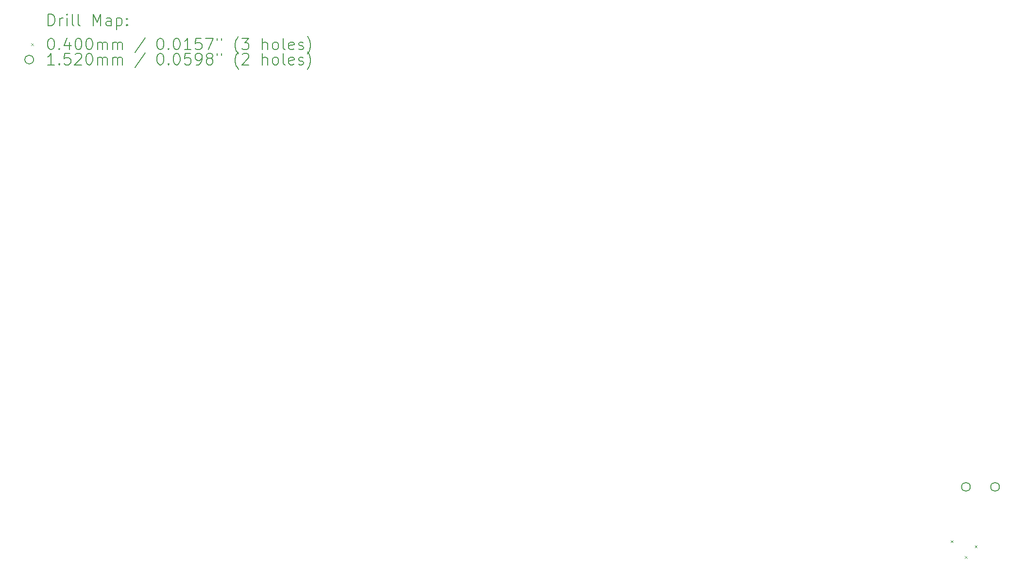
<source format=gbr>
%TF.GenerationSoftware,KiCad,Pcbnew,(6.0.10)*%
%TF.CreationDate,2023-02-23T17:52:39-08:00*%
%TF.ProjectId,exercise_2,65786572-6369-4736-955f-322e6b696361,rev?*%
%TF.SameCoordinates,Original*%
%TF.FileFunction,Drillmap*%
%TF.FilePolarity,Positive*%
%FSLAX45Y45*%
G04 Gerber Fmt 4.5, Leading zero omitted, Abs format (unit mm)*
G04 Created by KiCad (PCBNEW (6.0.10)) date 2023-02-23 17:52:39*
%MOMM*%
%LPD*%
G01*
G04 APERTURE LIST*
%ADD10C,0.200000*%
%ADD11C,0.040000*%
%ADD12C,0.152000*%
G04 APERTURE END LIST*
D10*
D11*
X15983000Y-9293000D02*
X16023000Y-9333000D01*
X16023000Y-9293000D02*
X15983000Y-9333000D01*
X16232250Y-9566450D02*
X16272250Y-9606450D01*
X16272250Y-9566450D02*
X16232250Y-9606450D01*
X16404950Y-9382950D02*
X16444950Y-9422950D01*
X16444950Y-9382950D02*
X16404950Y-9422950D01*
D12*
X16326500Y-8360500D02*
G75*
G03*
X16326500Y-8360500I-76000J0D01*
G01*
X16834500Y-8360500D02*
G75*
G03*
X16834500Y-8360500I-76000J0D01*
G01*
D10*
X257619Y-310476D02*
X257619Y-110476D01*
X305238Y-110476D01*
X333810Y-120000D01*
X352857Y-139048D01*
X362381Y-158095D01*
X371905Y-196190D01*
X371905Y-224762D01*
X362381Y-262857D01*
X352857Y-281905D01*
X333810Y-300952D01*
X305238Y-310476D01*
X257619Y-310476D01*
X457619Y-310476D02*
X457619Y-177143D01*
X457619Y-215238D02*
X467143Y-196190D01*
X476667Y-186667D01*
X495714Y-177143D01*
X514762Y-177143D01*
X581429Y-310476D02*
X581429Y-177143D01*
X581429Y-110476D02*
X571905Y-120000D01*
X581429Y-129524D01*
X590952Y-120000D01*
X581429Y-110476D01*
X581429Y-129524D01*
X705238Y-310476D02*
X686190Y-300952D01*
X676667Y-281905D01*
X676667Y-110476D01*
X810000Y-310476D02*
X790952Y-300952D01*
X781428Y-281905D01*
X781428Y-110476D01*
X1038571Y-310476D02*
X1038571Y-110476D01*
X1105238Y-253333D01*
X1171905Y-110476D01*
X1171905Y-310476D01*
X1352857Y-310476D02*
X1352857Y-205714D01*
X1343333Y-186667D01*
X1324286Y-177143D01*
X1286190Y-177143D01*
X1267143Y-186667D01*
X1352857Y-300952D02*
X1333810Y-310476D01*
X1286190Y-310476D01*
X1267143Y-300952D01*
X1257619Y-281905D01*
X1257619Y-262857D01*
X1267143Y-243809D01*
X1286190Y-234286D01*
X1333810Y-234286D01*
X1352857Y-224762D01*
X1448095Y-177143D02*
X1448095Y-377143D01*
X1448095Y-186667D02*
X1467143Y-177143D01*
X1505238Y-177143D01*
X1524286Y-186667D01*
X1533809Y-196190D01*
X1543333Y-215238D01*
X1543333Y-272381D01*
X1533809Y-291429D01*
X1524286Y-300952D01*
X1505238Y-310476D01*
X1467143Y-310476D01*
X1448095Y-300952D01*
X1629048Y-291429D02*
X1638571Y-300952D01*
X1629048Y-310476D01*
X1619524Y-300952D01*
X1629048Y-291429D01*
X1629048Y-310476D01*
X1629048Y-186667D02*
X1638571Y-196190D01*
X1629048Y-205714D01*
X1619524Y-196190D01*
X1629048Y-186667D01*
X1629048Y-205714D01*
D11*
X-40000Y-620000D02*
X0Y-660000D01*
X0Y-620000D02*
X-40000Y-660000D01*
D10*
X295714Y-530476D02*
X314762Y-530476D01*
X333810Y-540000D01*
X343333Y-549524D01*
X352857Y-568571D01*
X362381Y-606667D01*
X362381Y-654286D01*
X352857Y-692381D01*
X343333Y-711428D01*
X333810Y-720952D01*
X314762Y-730476D01*
X295714Y-730476D01*
X276667Y-720952D01*
X267143Y-711428D01*
X257619Y-692381D01*
X248095Y-654286D01*
X248095Y-606667D01*
X257619Y-568571D01*
X267143Y-549524D01*
X276667Y-540000D01*
X295714Y-530476D01*
X448095Y-711428D02*
X457619Y-720952D01*
X448095Y-730476D01*
X438571Y-720952D01*
X448095Y-711428D01*
X448095Y-730476D01*
X629048Y-597143D02*
X629048Y-730476D01*
X581429Y-520952D02*
X533810Y-663810D01*
X657619Y-663810D01*
X771905Y-530476D02*
X790952Y-530476D01*
X810000Y-540000D01*
X819524Y-549524D01*
X829048Y-568571D01*
X838571Y-606667D01*
X838571Y-654286D01*
X829048Y-692381D01*
X819524Y-711428D01*
X810000Y-720952D01*
X790952Y-730476D01*
X771905Y-730476D01*
X752857Y-720952D01*
X743333Y-711428D01*
X733809Y-692381D01*
X724286Y-654286D01*
X724286Y-606667D01*
X733809Y-568571D01*
X743333Y-549524D01*
X752857Y-540000D01*
X771905Y-530476D01*
X962381Y-530476D02*
X981428Y-530476D01*
X1000476Y-540000D01*
X1010000Y-549524D01*
X1019524Y-568571D01*
X1029048Y-606667D01*
X1029048Y-654286D01*
X1019524Y-692381D01*
X1010000Y-711428D01*
X1000476Y-720952D01*
X981428Y-730476D01*
X962381Y-730476D01*
X943333Y-720952D01*
X933809Y-711428D01*
X924286Y-692381D01*
X914762Y-654286D01*
X914762Y-606667D01*
X924286Y-568571D01*
X933809Y-549524D01*
X943333Y-540000D01*
X962381Y-530476D01*
X1114762Y-730476D02*
X1114762Y-597143D01*
X1114762Y-616190D02*
X1124286Y-606667D01*
X1143333Y-597143D01*
X1171905Y-597143D01*
X1190952Y-606667D01*
X1200476Y-625714D01*
X1200476Y-730476D01*
X1200476Y-625714D02*
X1210000Y-606667D01*
X1229048Y-597143D01*
X1257619Y-597143D01*
X1276667Y-606667D01*
X1286190Y-625714D01*
X1286190Y-730476D01*
X1381429Y-730476D02*
X1381429Y-597143D01*
X1381429Y-616190D02*
X1390952Y-606667D01*
X1410000Y-597143D01*
X1438571Y-597143D01*
X1457619Y-606667D01*
X1467143Y-625714D01*
X1467143Y-730476D01*
X1467143Y-625714D02*
X1476667Y-606667D01*
X1495714Y-597143D01*
X1524286Y-597143D01*
X1543333Y-606667D01*
X1552857Y-625714D01*
X1552857Y-730476D01*
X1943333Y-520952D02*
X1771905Y-778095D01*
X2200476Y-530476D02*
X2219524Y-530476D01*
X2238571Y-540000D01*
X2248095Y-549524D01*
X2257619Y-568571D01*
X2267143Y-606667D01*
X2267143Y-654286D01*
X2257619Y-692381D01*
X2248095Y-711428D01*
X2238571Y-720952D01*
X2219524Y-730476D01*
X2200476Y-730476D01*
X2181429Y-720952D01*
X2171905Y-711428D01*
X2162381Y-692381D01*
X2152857Y-654286D01*
X2152857Y-606667D01*
X2162381Y-568571D01*
X2171905Y-549524D01*
X2181429Y-540000D01*
X2200476Y-530476D01*
X2352857Y-711428D02*
X2362381Y-720952D01*
X2352857Y-730476D01*
X2343333Y-720952D01*
X2352857Y-711428D01*
X2352857Y-730476D01*
X2486190Y-530476D02*
X2505238Y-530476D01*
X2524286Y-540000D01*
X2533810Y-549524D01*
X2543333Y-568571D01*
X2552857Y-606667D01*
X2552857Y-654286D01*
X2543333Y-692381D01*
X2533810Y-711428D01*
X2524286Y-720952D01*
X2505238Y-730476D01*
X2486190Y-730476D01*
X2467143Y-720952D01*
X2457619Y-711428D01*
X2448095Y-692381D01*
X2438571Y-654286D01*
X2438571Y-606667D01*
X2448095Y-568571D01*
X2457619Y-549524D01*
X2467143Y-540000D01*
X2486190Y-530476D01*
X2743333Y-730476D02*
X2629048Y-730476D01*
X2686190Y-730476D02*
X2686190Y-530476D01*
X2667143Y-559048D01*
X2648095Y-578095D01*
X2629048Y-587619D01*
X2924286Y-530476D02*
X2829048Y-530476D01*
X2819524Y-625714D01*
X2829048Y-616190D01*
X2848095Y-606667D01*
X2895714Y-606667D01*
X2914762Y-616190D01*
X2924286Y-625714D01*
X2933809Y-644762D01*
X2933809Y-692381D01*
X2924286Y-711428D01*
X2914762Y-720952D01*
X2895714Y-730476D01*
X2848095Y-730476D01*
X2829048Y-720952D01*
X2819524Y-711428D01*
X3000476Y-530476D02*
X3133809Y-530476D01*
X3048095Y-730476D01*
X3200476Y-530476D02*
X3200476Y-568571D01*
X3276667Y-530476D02*
X3276667Y-568571D01*
X3571905Y-806667D02*
X3562381Y-797143D01*
X3543333Y-768571D01*
X3533809Y-749524D01*
X3524286Y-720952D01*
X3514762Y-673333D01*
X3514762Y-635238D01*
X3524286Y-587619D01*
X3533809Y-559048D01*
X3543333Y-540000D01*
X3562381Y-511428D01*
X3571905Y-501905D01*
X3629048Y-530476D02*
X3752857Y-530476D01*
X3686190Y-606667D01*
X3714762Y-606667D01*
X3733809Y-616190D01*
X3743333Y-625714D01*
X3752857Y-644762D01*
X3752857Y-692381D01*
X3743333Y-711428D01*
X3733809Y-720952D01*
X3714762Y-730476D01*
X3657619Y-730476D01*
X3638571Y-720952D01*
X3629048Y-711428D01*
X3990952Y-730476D02*
X3990952Y-530476D01*
X4076667Y-730476D02*
X4076667Y-625714D01*
X4067143Y-606667D01*
X4048095Y-597143D01*
X4019524Y-597143D01*
X4000476Y-606667D01*
X3990952Y-616190D01*
X4200476Y-730476D02*
X4181428Y-720952D01*
X4171905Y-711428D01*
X4162381Y-692381D01*
X4162381Y-635238D01*
X4171905Y-616190D01*
X4181428Y-606667D01*
X4200476Y-597143D01*
X4229048Y-597143D01*
X4248095Y-606667D01*
X4257619Y-616190D01*
X4267143Y-635238D01*
X4267143Y-692381D01*
X4257619Y-711428D01*
X4248095Y-720952D01*
X4229048Y-730476D01*
X4200476Y-730476D01*
X4381429Y-730476D02*
X4362381Y-720952D01*
X4352857Y-701905D01*
X4352857Y-530476D01*
X4533810Y-720952D02*
X4514762Y-730476D01*
X4476667Y-730476D01*
X4457619Y-720952D01*
X4448095Y-701905D01*
X4448095Y-625714D01*
X4457619Y-606667D01*
X4476667Y-597143D01*
X4514762Y-597143D01*
X4533810Y-606667D01*
X4543333Y-625714D01*
X4543333Y-644762D01*
X4448095Y-663810D01*
X4619524Y-720952D02*
X4638571Y-730476D01*
X4676667Y-730476D01*
X4695714Y-720952D01*
X4705238Y-701905D01*
X4705238Y-692381D01*
X4695714Y-673333D01*
X4676667Y-663810D01*
X4648095Y-663810D01*
X4629048Y-654286D01*
X4619524Y-635238D01*
X4619524Y-625714D01*
X4629048Y-606667D01*
X4648095Y-597143D01*
X4676667Y-597143D01*
X4695714Y-606667D01*
X4771905Y-806667D02*
X4781429Y-797143D01*
X4800476Y-768571D01*
X4810000Y-749524D01*
X4819524Y-720952D01*
X4829048Y-673333D01*
X4829048Y-635238D01*
X4819524Y-587619D01*
X4810000Y-559048D01*
X4800476Y-540000D01*
X4781429Y-511428D01*
X4771905Y-501905D01*
D12*
X0Y-904000D02*
G75*
G03*
X0Y-904000I-76000J0D01*
G01*
D10*
X362381Y-994476D02*
X248095Y-994476D01*
X305238Y-994476D02*
X305238Y-794476D01*
X286190Y-823048D01*
X267143Y-842095D01*
X248095Y-851619D01*
X448095Y-975428D02*
X457619Y-984952D01*
X448095Y-994476D01*
X438571Y-984952D01*
X448095Y-975428D01*
X448095Y-994476D01*
X638571Y-794476D02*
X543333Y-794476D01*
X533810Y-889714D01*
X543333Y-880190D01*
X562381Y-870667D01*
X610000Y-870667D01*
X629048Y-880190D01*
X638571Y-889714D01*
X648095Y-908762D01*
X648095Y-956381D01*
X638571Y-975428D01*
X629048Y-984952D01*
X610000Y-994476D01*
X562381Y-994476D01*
X543333Y-984952D01*
X533810Y-975428D01*
X724286Y-813524D02*
X733809Y-804000D01*
X752857Y-794476D01*
X800476Y-794476D01*
X819524Y-804000D01*
X829048Y-813524D01*
X838571Y-832571D01*
X838571Y-851619D01*
X829048Y-880190D01*
X714762Y-994476D01*
X838571Y-994476D01*
X962381Y-794476D02*
X981428Y-794476D01*
X1000476Y-804000D01*
X1010000Y-813524D01*
X1019524Y-832571D01*
X1029048Y-870667D01*
X1029048Y-918286D01*
X1019524Y-956381D01*
X1010000Y-975428D01*
X1000476Y-984952D01*
X981428Y-994476D01*
X962381Y-994476D01*
X943333Y-984952D01*
X933809Y-975428D01*
X924286Y-956381D01*
X914762Y-918286D01*
X914762Y-870667D01*
X924286Y-832571D01*
X933809Y-813524D01*
X943333Y-804000D01*
X962381Y-794476D01*
X1114762Y-994476D02*
X1114762Y-861143D01*
X1114762Y-880190D02*
X1124286Y-870667D01*
X1143333Y-861143D01*
X1171905Y-861143D01*
X1190952Y-870667D01*
X1200476Y-889714D01*
X1200476Y-994476D01*
X1200476Y-889714D02*
X1210000Y-870667D01*
X1229048Y-861143D01*
X1257619Y-861143D01*
X1276667Y-870667D01*
X1286190Y-889714D01*
X1286190Y-994476D01*
X1381429Y-994476D02*
X1381429Y-861143D01*
X1381429Y-880190D02*
X1390952Y-870667D01*
X1410000Y-861143D01*
X1438571Y-861143D01*
X1457619Y-870667D01*
X1467143Y-889714D01*
X1467143Y-994476D01*
X1467143Y-889714D02*
X1476667Y-870667D01*
X1495714Y-861143D01*
X1524286Y-861143D01*
X1543333Y-870667D01*
X1552857Y-889714D01*
X1552857Y-994476D01*
X1943333Y-784952D02*
X1771905Y-1042095D01*
X2200476Y-794476D02*
X2219524Y-794476D01*
X2238571Y-804000D01*
X2248095Y-813524D01*
X2257619Y-832571D01*
X2267143Y-870667D01*
X2267143Y-918286D01*
X2257619Y-956381D01*
X2248095Y-975428D01*
X2238571Y-984952D01*
X2219524Y-994476D01*
X2200476Y-994476D01*
X2181429Y-984952D01*
X2171905Y-975428D01*
X2162381Y-956381D01*
X2152857Y-918286D01*
X2152857Y-870667D01*
X2162381Y-832571D01*
X2171905Y-813524D01*
X2181429Y-804000D01*
X2200476Y-794476D01*
X2352857Y-975428D02*
X2362381Y-984952D01*
X2352857Y-994476D01*
X2343333Y-984952D01*
X2352857Y-975428D01*
X2352857Y-994476D01*
X2486190Y-794476D02*
X2505238Y-794476D01*
X2524286Y-804000D01*
X2533810Y-813524D01*
X2543333Y-832571D01*
X2552857Y-870667D01*
X2552857Y-918286D01*
X2543333Y-956381D01*
X2533810Y-975428D01*
X2524286Y-984952D01*
X2505238Y-994476D01*
X2486190Y-994476D01*
X2467143Y-984952D01*
X2457619Y-975428D01*
X2448095Y-956381D01*
X2438571Y-918286D01*
X2438571Y-870667D01*
X2448095Y-832571D01*
X2457619Y-813524D01*
X2467143Y-804000D01*
X2486190Y-794476D01*
X2733810Y-794476D02*
X2638571Y-794476D01*
X2629048Y-889714D01*
X2638571Y-880190D01*
X2657619Y-870667D01*
X2705238Y-870667D01*
X2724286Y-880190D01*
X2733810Y-889714D01*
X2743333Y-908762D01*
X2743333Y-956381D01*
X2733810Y-975428D01*
X2724286Y-984952D01*
X2705238Y-994476D01*
X2657619Y-994476D01*
X2638571Y-984952D01*
X2629048Y-975428D01*
X2838571Y-994476D02*
X2876667Y-994476D01*
X2895714Y-984952D01*
X2905238Y-975428D01*
X2924286Y-946857D01*
X2933809Y-908762D01*
X2933809Y-832571D01*
X2924286Y-813524D01*
X2914762Y-804000D01*
X2895714Y-794476D01*
X2857619Y-794476D01*
X2838571Y-804000D01*
X2829048Y-813524D01*
X2819524Y-832571D01*
X2819524Y-880190D01*
X2829048Y-899238D01*
X2838571Y-908762D01*
X2857619Y-918286D01*
X2895714Y-918286D01*
X2914762Y-908762D01*
X2924286Y-899238D01*
X2933809Y-880190D01*
X3048095Y-880190D02*
X3029048Y-870667D01*
X3019524Y-861143D01*
X3010000Y-842095D01*
X3010000Y-832571D01*
X3019524Y-813524D01*
X3029048Y-804000D01*
X3048095Y-794476D01*
X3086190Y-794476D01*
X3105238Y-804000D01*
X3114762Y-813524D01*
X3124286Y-832571D01*
X3124286Y-842095D01*
X3114762Y-861143D01*
X3105238Y-870667D01*
X3086190Y-880190D01*
X3048095Y-880190D01*
X3029048Y-889714D01*
X3019524Y-899238D01*
X3010000Y-918286D01*
X3010000Y-956381D01*
X3019524Y-975428D01*
X3029048Y-984952D01*
X3048095Y-994476D01*
X3086190Y-994476D01*
X3105238Y-984952D01*
X3114762Y-975428D01*
X3124286Y-956381D01*
X3124286Y-918286D01*
X3114762Y-899238D01*
X3105238Y-889714D01*
X3086190Y-880190D01*
X3200476Y-794476D02*
X3200476Y-832571D01*
X3276667Y-794476D02*
X3276667Y-832571D01*
X3571905Y-1070667D02*
X3562381Y-1061143D01*
X3543333Y-1032571D01*
X3533809Y-1013524D01*
X3524286Y-984952D01*
X3514762Y-937333D01*
X3514762Y-899238D01*
X3524286Y-851619D01*
X3533809Y-823048D01*
X3543333Y-804000D01*
X3562381Y-775428D01*
X3571905Y-765905D01*
X3638571Y-813524D02*
X3648095Y-804000D01*
X3667143Y-794476D01*
X3714762Y-794476D01*
X3733809Y-804000D01*
X3743333Y-813524D01*
X3752857Y-832571D01*
X3752857Y-851619D01*
X3743333Y-880190D01*
X3629048Y-994476D01*
X3752857Y-994476D01*
X3990952Y-994476D02*
X3990952Y-794476D01*
X4076667Y-994476D02*
X4076667Y-889714D01*
X4067143Y-870667D01*
X4048095Y-861143D01*
X4019524Y-861143D01*
X4000476Y-870667D01*
X3990952Y-880190D01*
X4200476Y-994476D02*
X4181428Y-984952D01*
X4171905Y-975428D01*
X4162381Y-956381D01*
X4162381Y-899238D01*
X4171905Y-880190D01*
X4181428Y-870667D01*
X4200476Y-861143D01*
X4229048Y-861143D01*
X4248095Y-870667D01*
X4257619Y-880190D01*
X4267143Y-899238D01*
X4267143Y-956381D01*
X4257619Y-975428D01*
X4248095Y-984952D01*
X4229048Y-994476D01*
X4200476Y-994476D01*
X4381429Y-994476D02*
X4362381Y-984952D01*
X4352857Y-965905D01*
X4352857Y-794476D01*
X4533810Y-984952D02*
X4514762Y-994476D01*
X4476667Y-994476D01*
X4457619Y-984952D01*
X4448095Y-965905D01*
X4448095Y-889714D01*
X4457619Y-870667D01*
X4476667Y-861143D01*
X4514762Y-861143D01*
X4533810Y-870667D01*
X4543333Y-889714D01*
X4543333Y-908762D01*
X4448095Y-927809D01*
X4619524Y-984952D02*
X4638571Y-994476D01*
X4676667Y-994476D01*
X4695714Y-984952D01*
X4705238Y-965905D01*
X4705238Y-956381D01*
X4695714Y-937333D01*
X4676667Y-927809D01*
X4648095Y-927809D01*
X4629048Y-918286D01*
X4619524Y-899238D01*
X4619524Y-889714D01*
X4629048Y-870667D01*
X4648095Y-861143D01*
X4676667Y-861143D01*
X4695714Y-870667D01*
X4771905Y-1070667D02*
X4781429Y-1061143D01*
X4800476Y-1032571D01*
X4810000Y-1013524D01*
X4819524Y-984952D01*
X4829048Y-937333D01*
X4829048Y-899238D01*
X4819524Y-851619D01*
X4810000Y-823048D01*
X4800476Y-804000D01*
X4781429Y-775428D01*
X4771905Y-765905D01*
M02*

</source>
